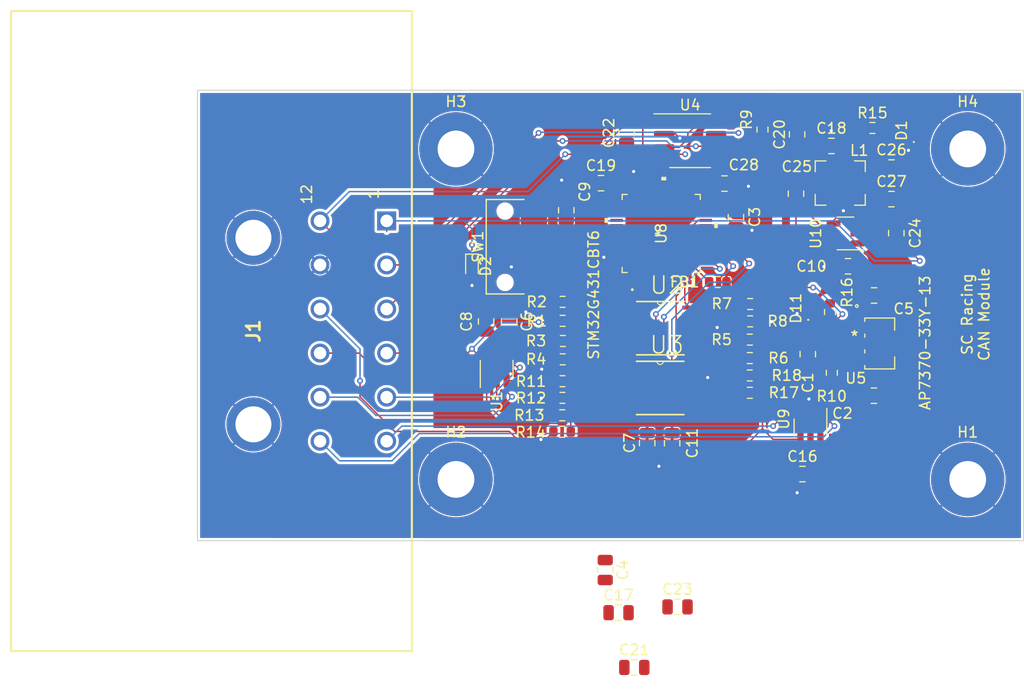
<source format=kicad_pcb>
(kicad_pcb (version 20211014) (generator pcbnew)
  (layers (0 "F.Cu" signal) (31 "B.Cu" signal) (34 "B.Paste" user) (35 "F.Paste" user) (36 "B.SilkS" user "B.Silkscreen") (37 "F.SilkS" user "F.Silkscreen") (38 "B.Mask" user) (39 "F.Mask" user) (44 "Edge.Cuts" user))
  (net 0 "")
  (net 1 "Net-(C1-Pad1)")
  (net 2 "GND")
  (net 3 "+5V")
  (net 4 "+3.3V")
  (net 5 "+12V")
  (net 6 "Net-(C25-Pad1)")
  (net 7 "Net-(C25-Pad2)")
  (net 8 "Net-(D1-Pad2)")
  (net 9 "Net-(D11-Pad2)")
  (net 10 "+3.3VA")
  (net 11 "CANH")
  (net 12 "CANL")
  (net 13 "A0")
  (net 14 "A1")
  (net 15 "A2")
  (net 16 "A3")
  (net 17 "A4")
  (net 18 "A5")
  (net 19 "A6")
  (net 20 "Net-(R1-Pad2)")
  (net 21 "Net-(R3-Pad2)")
  (net 22 "Net-(R5-Pad2)")
  (net 23 "Net-(R7-Pad2)")
  (net 24 "CAN_STB")
  (net 25 "Net-(R11-Pad2)")
  (net 26 "Net-(R13-Pad2)")
  (net 27 "Net-(R17-Pad2)")
  (net 28 "Net-(SW1-Pad2)")
  (net 29 "ADC1_IN1")
  (net 30 "ADC1_IN2")
  (net 31 "ADC1_IN3")
  (net 32 "ADC1_IN4")
  (net 33 "ADC2_IN13")
  (net 34 "ADC2_IN3")
  (net 35 "ADC2_IN4")
  (net 36 "FDCAN1_TX")
  (net 37 "FDCAN1_RX")
  (net 39 "Net-(C12-Pad1)")
  (net 40 "Net-(C13-Pad1)")
  (net 41 "Net-(C14-Pad1)")
  (net 42 "Net-(C15-Pad1)")
  (net 58 "SWDIO")
  (net 59 "SWCLK")
  (net 61 "SWO")
  (footprint "Resistor_SMD:R_0603_1608Metric" (layer "F.Cu") (at 132.08 93.6)
    (fp_text reference "R1")
    (fp_text value "1370")
  )
  (footprint "Capacitor_SMD:C_0805_2012Metric" (layer "F.Cu") (at 137.414 121.412)
    (fp_text reference "C17")
    (fp_text value "100nF")
  )
  (footprint "Capacitor_SMD:C_0805_2012Metric" (layer "F.Cu") (at 138.914 126.632)
    (fp_text reference "C21")
    (fp_text value "100nF")
  )
  (footprint "Capacitor_SMD:C_0805_2012Metric" (layer "F.Cu") (at 154.3225 81.48 -90)
    (fp_text reference "C25")
    (fp_text value "100nF")
  )
  (footprint "MCP6004T-I_ST:SOP65P640X120-14N" (layer "F.Cu") (at 141.3806 99.9954)
    (fp_text reference "U3")
    (fp_text value "MCP6004")
  )
  (footprint "Diode_SMD:D_SOD-523" (layer "F.Cu") (at 123.444 88.392 -90)
    (fp_text reference "D2")
    (fp_text value "D_TVS")
  )
  (footprint "scr23-sens-to-can-main:ATM1312PABM01" (layer "F.Cu") (at 115.316 84.074 90)
    (fp_text reference "J1")
    (fp_text value "ATM13-12PA-BM01" hide)
  )
  (footprint "Capacitor_SMD:C_0805_2012Metric" (layer "F.Cu") (at 157.7025 76.93)
    (fp_text reference "C18")
    (fp_text value "100nF")
  )
  (footprint "Capacitor_SMD:C_0805_2012Metric" (layer "F.Cu") (at 163.4225 78.99)
    (fp_text reference "C26")
    (fp_text value "22uF")
  )
  (footprint "Resistor_SMD:R_0603_1608Metric" (layer "F.Cu") (at 149.925 95.39 180)
    (fp_text reference "R5")
    (fp_text value "1370")
  )
  (footprint "Resistor_SMD:R_0603_1608Metric" (layer "F.Cu") (at 161.61 75.22)
    (fp_text reference "R15")
    (fp_text value "1k")
  )
  (footprint "Capacitor_SMD:C_0805_2012Metric" (layer "F.Cu") (at 143.034 120.862)
    (fp_text reference "C23")
    (fp_text value "10uF")
  )
  (footprint "Resistor_SMD:R_0603_1608Metric" (layer "F.Cu") (at 132.08 91.79 180)
    (fp_text reference "R2")
    (fp_text value "2670")
  )
  (footprint "Capacitor_SMD:C_0805_2012Metric" (layer "F.Cu") (at 163.8825 85.24 90)
    (fp_text reference "C24")
    (fp_text value "10uF")
  )
  (footprint "Capacitor_SMD:C_0805_2012Metric" (layer "F.Cu") (at 124.792 93.66 -90)
    (fp_text reference "C8")
    (fp_text value "100nF")
  )
  (footprint "MountingHole:MountingHole_3.5mm_Pad_TopBottom" (layer "F.Cu") (at 170.688 77.216)
    (fp_text reference "H4")
    (fp_text value "Hole")
  )
  (footprint "MountingHole:MountingHole_3.5mm_Pad_TopBottom" (layer "F.Cu") (at 121.92 108.712)
    (fp_text reference "H2")
    (fp_text value "Hole")
  )
  (footprint "Package_SO:SOIC-8_3.9x4.9mm_P1.27mm" (layer "F.Cu") (at 144.236 76.434)
    (fp_text reference "U4")
    (fp_text value "TJA1042T-3")
  )
  (footprint "JS102011SAQN:SW_JS102011SAQN" (layer "F.Cu") (at 126.6 86.54 -90)
    (fp_text reference "SW1")
    (fp_text value "SW_SPDT")
  )
  (footprint "Resistor_SMD:R_0603_1608Metric" (layer "F.Cu") (at 146.87 89.9 180)
    (fp_text reference "FB1")
    (fp_text value "400")
  )
  (footprint "Capacitor_SMD:C_0805_2012Metric" (layer "F.Cu") (at 132.43 83.06 -90)
    (fp_text reference "C9")
    (fp_text value "100nF")
  )
  (footprint "Capacitor_SMD:C_0805_2012Metric" (layer "F.Cu") (at 161.748 100.734 180)
    (fp_text reference "C2")
    (fp_text value "100nF")
  )
  (footprint "Resistor_SMD:R_0603_1608Metric" (layer "F.Cu") (at 157.738 98.544 90)
    (fp_text reference "R10")
    (fp_text value "1k")
  )
  (footprint "Capacitor_SMD:C_0805_2012Metric" (layer "F.Cu") (at 154.43 75.83 90)
    (fp_text reference "C20")
    (fp_text value "100nF")
  )
  (footprint "MountingHole:MountingHole_3.5mm_Pad_TopBottom" (layer "F.Cu") (at 170.688 108.712)
    (fp_text reference "H1")
    (fp_text value "Hole")
  )
  (footprint "MCP6004T-I_ST:SOP65P640X120-14N" (layer "F.Cu") (at 141.3994 94.3)
    (fp_text reference "U2")
    (fp_text value "MCP6004")
  )
  (footprint "Capacitor_SMD:C_0805_2012Metric" (layer "F.Cu") (at 155.448 96.774 90)
    (fp_text reference "C1")
    (fp_text value "10uF")
  )
  (footprint "Package_TO_SOT_SMD:TSOT-23-6" (layer "F.Cu") (at 159.0425 85.27 180)
    (fp_text reference "U10")
    (fp_text value "AP63205WU")
  )
  (footprint "Package_TO_SOT_SMD:SOT-23-6" (layer "F.Cu") (at 125.796 98.1655 90)
    (fp_text reference "U1")
    (fp_text value "SRV05-4")
  )
  (footprint "LED_SMD:LED_0402_1005Metric" (layer "F.Cu") (at 165.55 75.47 90)
    (fp_text reference "D1")
    (fp_text value "LED-GREEN")
  )
  (footprint "Resistor_SMD:R_0603_1608Metric" (layer "F.Cu") (at 149.915 98.806 180)
    (fp_text reference "R18")
    (fp_text value "2670")
  )
  (footprint "Package_TO_SOT_SMD:SOT-23-6" (layer "F.Cu") (at 155.702 103.7535 -90)
    (fp_text reference "U9")
    (fp_text value "SRV05-4")
  )
  (footprint "Resistor_SMD:R_0603_1608Metric" (layer "F.Cu") (at 149.955 92 180)
    (fp_text reference "R7")
    (fp_text value "1370")
  )
  (footprint "MountingHole:MountingHole_3.5mm_Pad_TopBottom" (layer "F.Cu") (at 121.92 77.216)
    (fp_text reference "H3")
    (fp_text value "Hole")
  )
  (footprint "Resistor_SMD:R_0603_1608Metric" (layer "F.Cu") (at 149.925 100.458 180)
    (fp_text reference "R17")
    (fp_text value "1370")
  )
  (footprint "scr23-sens-to-can-main:AP7370-33Y-13" (layer "F.Cu") (at 162.306 95.758 -90)
    (fp_text reference "U5")
    (fp_text value "AP7370-33Y-13")
  )
  (footprint "Capacitor_SMD:C_0805_2012Metric" (layer "F.Cu") (at 159.28 88.4)
    (fp_text reference "C10")
    (fp_text value "100nF")
  )
  (footprint "Resistor_SMD:R_0603_1608Metric" (layer "F.Cu") (at 149.925 97.15 180)
    (fp_text reference "R6")
    (fp_text value "2670")
  )
  (footprint "Resistor_SMD:R_0603_1608Metric" (layer "F.Cu") (at 149.955 93.65)
    (fp_text reference "R8")
    (fp_text value "2670")
  )
  (footprint "Capacitor_SMD:C_0805_2012Metric" (layer "F.Cu") (at 148.6 83.73 90)
    (fp_text reference "C3")
    (fp_text value "100nF")
  )
  (footprint "Capacitor_SMD:C_0805_2012Metric" (layer "F.Cu") (at 163.4225 82)
    (fp_text reference "C27")
    (fp_text value "22uF")
  )
  (footprint "Resistor_SMD:R_0603_1608Metric" (layer "F.Cu") (at 132.09 97.27 180)
    (fp_text reference "R4")
    (fp_text value "2670")
  )
  (footprint "Resistor_SMD:R_0603_1608Metric" (layer "F.Cu") (at 132.035 104.17 180)
    (fp_text reference "R14")
    (fp_text value "2670")
  )
  (footprint "LED_SMD:LED_0402_1005Metric" (layer "F.Cu") (at 155.488 92.414 90)
    (fp_text reference "D11")
    (fp_text value "LED-GREEN")
  )
  (footprint "Capacitor_SMD:C_0805_2012Metric" (layer "F.Cu") (at 138.176 75.692 90)
    (fp_text reference "C22")
    (fp_text value "100nF")
  )
  (footprint "Resistor_SMD:R_0603_1608Metric" (layer "F.Cu") (at 132.07 99.35)
    (fp_text reference "R11")
    (fp_text value "1370")
  )
  (footprint "Resistor_SMD:R_0603_1608Metric" (layer "F.Cu") (at 157.568 92.759 90)
    (fp_text reference "R16")
    (fp_text value "1k")
  )
  (footprint "Capacitor_SMD:C_0805_2012Metric" (layer "F.Cu") (at 142.52 105.26 90)
    (fp_text reference "C11")
    (fp_text value "100nF")
  )
  (footprint "Resistor_SMD:R_0603_1608Metric" (layer "F.Cu") (at 132.105 95.52)
    (fp_text reference "R3")
    (fp_text value "1370")
  )
  (footprint "Capacitor_SMD:C_0805_2012Metric" (layer "F.Cu") (at 161.768 91.184 180)
    (fp_text reference "C5")
    (fp_text value "100nF")
  )
  (footprint "Capacitor_SMD:C_0805_2012Metric" (layer "F.Cu") (at 140.14 105.25 90)
    (fp_text reference "C7")
    (fp_text value "100nF")
  )
  (footprint "Capacitor_SMD:C_0805_2012Metric" (layer "F.Cu") (at 126.992 93.66 -90)
    (fp_text reference "C6")
    (fp_text value "100nF")
  )
  (footprint "Capacitor_SMD:C_0805_2012Metric" (layer "F.Cu") (at 147.508 80.518)
    (fp_text reference "C28")
    (fp_text value "100uF")
  )
  (footprint "Resistor_SMD:R_0603_1608Metric" (layer "F.Cu") (at 132.045 102.6)
    (fp_text reference "R13")
    (fp_text value "1370")
  )
  (footprint "Resistor_SMD:R_0603_1608Metric" (layer "F.Cu") (at 132.07 100.94 180)
    (fp_text reference "R12")
    (fp_text value "2670")
  )
  (footprint "Resistor_SMD:R_0603_1608Metric" (layer "F.Cu") (at 151.13 75.375 -90)
    (fp_text reference "R9")
    (fp_text value "100k")
  )
  (footprint "Capacitor_SMD:C_0805_2012Metric" (layer "F.Cu") (at 154.94 108.204)
    (fp_text reference "C16")
    (fp_text value "100nF")
  )
  (footprint "Capacitor_SMD:C_0805_2012Metric" (layer "F.Cu") (at 135.74 80.48)
    (fp_text reference "C19")
    (fp_text value "100nF")
  )
  (footprint "Inductor_SMD:L_Bourns-SRN4018" (layer "F.Cu") (at 158.54 80.47)
    (fp_text reference "L1")
    (fp_text value "4.7uH")
  )
  (footprint "Capacitor_SMD:C_0805_2012Metric" (layer "F.Cu") (at 136.144 117.348 -90)
    (fp_text reference "C4")
    (fp_text value "100nF")
  )
  (footprint "STM32G431CBT6:STM32G431CBT6" (layer "F.Cu") (at 141.476251 85.27575 90)
    (fp_text reference "U8")
    (fp_text value "STM32G431CBT6")
  )
  (gr_rect (start 97.282 71.628) (end 176.022 114.554) (layer "Edge.Cuts") (width 0.1) (fill none))
  (gr_text "SC Racing\nCAN Module" (at 171.45 92.964 90) (layer "F.SilkS") (effects (font (size 1 1))))
  (segment (start 155.448 97.724) (end 157.733 97.724) (width 0.1397) (layer "F.Cu") (net 1))
  (segment (start 157.733 97.724) (end 157.738 97.719) (width 0.1397) (layer "F.Cu") (net 1))
  (segment (start 129.35 89.885) (end 129.35 89.04) (width 0.1397) (layer "F.Cu") (net 2))
  (segment (start 144.2188 94.3) (end 146.746 94.3) (width 0.1397) (layer "F.Cu") (net 2))
  (segment (start 131.03 97.27) (end 130.09 98.21) (width 0.1397) (layer "F.Cu") (net 2))
  (segment (start 148.6 84.68) (end 146.945749 83.025749) (width 0.1397) (layer "F.Cu") (net 2))
  (segment (start 157.905 84.045) (end 158.84 83.11) (width 0.1397) (layer "F.Cu") (net 2))
  (segment (start 132 80.18) (end 131.99 80.19) (width 0.1397) (layer "F.Cu") (net 2))
  (segment (start 142.841 75.785) (end 143.256 76.2) (width 0.1397) (layer "F.Cu") (net 2))
  (segment (start 148.6 84.68) (end 149.84 84.68) (width 0.1397) (layer "F.Cu") (net 2))
  (segment (start 162.718 94.844) (end 161.888 95.674) (width 0.1397) (layer "F.Cu") (net 2))
  (segment (start 158.33 88.4) (end 157.01 88.4) (width 0.1397) (layer "F.Cu") (net 2))
  (segment (start 140.14 106.34) (end 141.26 107.46) (width 0.1397) (layer "F.Cu") (net 2))
  (segment (start 155.488 92.899) (end 154.443 92.899) (width 0.1397) (layer "F.Cu") (net 2))
  (segment (start 156.7525 76.93) (end 156.7525 76.4175) (width 0.1397) (layer "F.Cu") (net 2))
  (segment (start 142.51 106.2) (end 142.52 106.21) (width 0.1397) (layer "F.Cu") (net 2))
  (segment (start 131.245 100.94) (end 130.07 100.94) (width 0.1397) (layer "F.Cu") (net 2))
  (segment (start 164.3725 82) (end 164.3725 83.8) (width 0.1397) (layer "F.Cu") (net 2))
  (segment (start 139.192 79.028) (end 138.85 79.37) (width 0.1397) (layer "F.Cu") (net 2))
  (segment (start 142.52 106.21) (end 141.27 107.46) (width 0.1397) (layer "F.Cu") (net 2))
  (segment (start 130.07 100.94) (end 130.05 100.96) (width 0.1397) (layer "F.Cu") (net 2))
  (segment (start 153.99 108.204) (end 153.99 109.54) (width 0.1397) (layer "F.Cu") (net 2))
  (segment (start 125.796 99.303) (end 125.796 100.9555) (width 0.1397) (layer "F.Cu") (net 2))
  (segment (start 134.5 80.19) (end 131.99 80.19) (width 0.1397) (layer "F.Cu") (net 2))
  (segment (start 164.3725 78.0175) (end 165.04 77.35) (width 0.1397) (layer "F.Cu") (net 2))
  (segment (start 155.448 95.824) (end 155.448 92.939) (width 0.1397) (layer "F.Cu") (net 2))
  (segment (start 138.176 76.642) (end 139.192 77.658) (width 0.1397) (layer "F.Cu") (net 2))
  (segment (start 139.192 77.658) (end 139.192 79.028) (width 0.1397) (layer "F.Cu") (net 2))
  (segment (start 153.85 76.2) (end 154.43 76.78) (width 0.1397) (layer "F.Cu") (net 2))
  (segment (start 149.09 97.16) (end 149.1 97.15) (width 0.1397) (layer "F.Cu") (net 2))
  (segment (start 161.888 95.674) (end 162.008 95.674) (width 0.1397) (layer "F.Cu") (net 2))
  (segment (start 157.905 84.32) (end 157.905 84.045) (width 0.1397) (layer "F.Cu") (net 2))
  (segment (start 146.746 94.3) (end 146.812 94.234) (width 0.1397) (layer "F.Cu") (net 2))
  (segment (start 144.9146 99.9954) (end 145.91 99) (width 0.1397) (layer "F.Cu") (net 2))
  (segment (start 123.444 89.092) (end 123.444 90.232) (width 0.1397) (layer "F.Cu") (net 2))
  (segment (start 134.79 80.48) (end 134.5 80.19) (width 0.1397) (layer "F.Cu") (net 2))
  (segment (start 129.35 89.04) (end 127.78 89.04) (width 0.1397) (layer "F.Cu") (net 2))
  (segment (start 139.22625 79.74625) (end 138.85 79.37) (width 0.1397) (layer "F.Cu") (net 2))
  (segment (start 131.265 97.27) (end 131.03 97.27) (width 0.1397) (layer "F.Cu") (net 2))
  (segment (start 147.25 99) (end 149.1 97.15) (width 0.1397) (layer "F.Cu") (net 2))
  (segment (start 150.78 93.65) (end 151.93 93.65) (width 0.1397) (layer "F.Cu") (net 2))
  (segment (start 127.78 89.04) (end 127.2 88.46) (width 0.1397) (layer "F.Cu") (net 2))
  (segment (start 144.9496 98.0396) (end 145.91 99) (width 0.1397) (layer "F.Cu") (net 2))
  (segment (start 132.43 82.11) (end 131.99 81.67) (width 0.1397) (layer "F.Cu") (net 2))
  (segment (start 155.448 92.939) (end 155.488 92.899) (width 0.1397) (layer "F.Cu") (net 2))
  (segment (start 126.992 92.71) (end 128.532 92.71) (width 0.1397) (layer "F.Cu") (net 2))
  (segment (start 126.992 92.71) (end 124.792 92.71) (width 0.1397) (layer "F.Cu") (net 2))
  (segment (start 149.84 84.68) (end 150.13 84.97) (width 0.1397) (layer "F.Cu") (net 2))
  (segment (start 155.702 102.616) (end 155.702 101.2035) (width 0.1397) (layer "F.Cu") (net 2))
  (segment (start 130.47 104.91) (end 130.02 104.91) (width 0.1397) (layer "F.Cu") (net 2))
  (segment (start 141.761 75.785) (end 142.841 75.785) (width 0.1397) (layer "F.Cu") (net 2))
  (segment (start 162.738 96.404) (end 162.738 100.694) (width 0.1397) (layer "F.Cu") (net 2))
  (segment (start 155.702 101.2035) (end 155.552 101.0535) (width 0.1397) (layer "F.Cu") (net 2))
  (segment (start 148.25425 85.02575) (end 148.6 84.68) (width 0.1397) (layer "F.Cu") (net 2))
  (segment (start 162.718 91.184) (end 162.718 94.844) (width 0.1397) (layer "F.Cu") (net 2))
  (segment (start 145.72625 85.02575) (end 148.25425 85.02575) (width 0.1397) (layer "F.Cu") (net 2))
  (segment (start 146.945749 83.025749) (end 145.72625 83.025749) (width 0.1397) (layer "F.Cu") (net 2))
  (segment (start 160.2741 95.674) (end 161.888 95.674) (width 0.1397) (layer "F.Cu") (net 2))
  (segment (start 164.3725 78.99) (end 164.3725 78.0175) (width 0.1397) (layer "F.Cu") (net 2))
  (segment (start 155.598 95.674) (end 160.2741 95.674) (width 0.1397) (layer "F.Cu") (net 2))
  (segment (start 125.796 100.9555) (end 125.866 101.0255) (width 0.1397) (layer "F.Cu") (net 2))
  (segment (start 155.448 95.824) (end 155.598 95.674) (width 0.1397) (layer "F.Cu") (net 2))
  (segment (start 136.024249 87.525751) (end 136.01 87.54) (width 0.1397) (layer "F.Cu") (net 2))
  (segment (start 162.738 100.694) (end 162.698 100.734) (width 0.1397) (layer "F.Cu") (net 2))
  (segment (start 131.255 91.79) (end 129.35 89.885) (width 0.1397) (layer "F.Cu") (net 2))
  (segment (start 151.93 93.65) (end 151.96 93.68) (width 0.1397) (layer "F.Cu") (net 2))
  (segment (start 154.43 76.78) (end 154.58 76.93) (width 0.1397) (layer "F.Cu") (net 2))
  (segment (start 157.01 88.4) (end 156.98 88.43) (width 0.1397) (layer "F.Cu") (net 2))
  (segment (start 164.3725 83.8) (end 163.8825 84.29) (width 0.1397) (layer "F.Cu") (net 2))
  (segment (start 165.55 75.955) (end 165.55 76.84) (width 0.1397) (layer "F.Cu") (net 2))
  (segment (start 149.528 80.518) (end 149.788 80.778) (width 0.1397) (layer "F.Cu") (net 2))
  (segment (start 144.2 98.7) (end 145.61 98.7) (width 0.1397) (layer "F.Cu") (net 2))
  (segment (start 149.09 98.806) (end 149.09 97.16) (width 0.1397) (layer "F.Cu") (net 2))
  (segment (start 154.443 92.899) (end 154.428 92.914) (width 0.1397) (layer "F.Cu") (net 2))
  (segment (start 137.226252 87.525751) (end 136.024249 87.525751) (width 0.1397) (layer "F.Cu") (net 2))
  (segment (start 153.99 109.54) (end 154.432 109.982) (width 0.1397) (layer "F.Cu") (net 2))
  (segment (start 146.11 99) (end 145.91 99) (width 0.1397) (layer "F.Cu") (net 2))
  (segment (start 154.58 76.93) (end 156.7525 76.93) (width 0.1397) (layer "F.Cu") (net 2))
  (segment (start 156.7525 76.4175) (end 157.68 75.49) (width 0.1397) (layer "F.Cu") (net 2))
  (segment (start 145.91 99) (end 147.25 99) (width 0.1397) (layer "F.Cu") (net 2))
  (segment (start 140.14 106.2) (end 140.14 106.34) (width 0.1397) (layer "F.Cu") (net 2))
  (segment (start 131.21 104.17) (end 130.47 104.91) (width 0.1397) (layer "F.Cu") (net 2))
  (segment (start 141.27 107.46) (end 141.26 107.46) (width 0.1397) (layer "F.Cu") (net 2))
  (segment (start 151.13 76.2) (end 153.85 76.2) (width 0.1397) (layer "F.Cu") (net 2))
  (segment (start 131.99 81.67) (end 131.99 80.19) (width 0.1397) (layer "F.Cu") (net 2))
  (segment (start 148.458 80.518) (end 149.528 80.518) (width 0.1397) (layer "F.Cu") (net 2))
  (segment (start 128.532 92.71) (end 128.572 92.75) (width 0.1397) (layer "F.Cu") (net 2))
  (segment (start 144.2 99.9954) (end 144.9146 99.9954) (width 0.1397) (layer "F.Cu") (net 2))
  (segment (start 162.008 95.674) (end 162.738 96.404) (width 0.1397) (layer "F.Cu") (net 2))
  (segment (start 144.2 99.335) (end 145.575 99.335) (width 0.1397) (layer "F.Cu") (net 2))
  (segment (start 145.61 98.7) (end 145.91 99) (width 0.1397) (layer "F.Cu") (net 2))
  (segment (start 144.2 98.0396) (end 144.9496 98.0396) (width 0.1397) (layer "F.Cu") (net 2))
  (segment (start 165.55 76.84) (end 165.04 77.35) (width 0.1397) (layer "F.Cu") (net 2))
  (segment (start 145.575 99.335) (end 145.91 99) (width 0.1397) (layer "F.Cu") (net 2))
  (segment (start 164.3725 82) (end 164.3725 78.99) (width 0.1397) (layer "F.Cu") (net 2))
  (segment (start 139.22625 81.025751) (end 139.22625 79.74625) (width 0.1397) (layer "F.Cu") (net 2))
  (via (at 150.13 84.97) (size 0.56) (drill 0.3) (layers "F.Cu" "B.Cu") (net 2))
  (via (at 157.68 75.49) (size 0.56) (drill 0.3) (layers "F.Cu" "B.Cu") (net 2))
  (via (at 130.05 100.96) (size 0.56) (drill 0.3) (layers "F.Cu" "B.Cu") (net 2))
  (via (at 127.2 88.46) (size 0.56) (drill 0.3) (layers "F.Cu" "B.Cu") (net 2))
  (via (at 146.812 94.234) (size 0.56) (drill 0.3) (layers "F.Cu" "B.Cu") (net 2))
  (via (at 156.98 88.43) (size 0.56) (drill 0.3) (layers "F.Cu" "B.Cu") (net 2))
  (via (at 130.02 104.91) (size 0.56) (drill 0.3) (layers "F.Cu" "B.Cu") (net 2))
  (via (at 131.99 80.19) (size 0.56) (drill 0.3) (layers "F.Cu" "B.Cu") (net 2))
  (via (at 151.96 93.68) (size 0.56) (drill 0.3) (layers "F.Cu" "B.Cu") (net 2))
  (via (at 125.866 101.0255) (size 0.56) (drill 0.3) (layers "F.Cu" "B.Cu") (net 2))
  (via (at 149.788 80.778) (size 0.56) (drill 0.3) (layers "F.Cu" "B.Cu") (net 2))
  (via (at 141.26 107.46) (size 0.56) (drill 0.3) (layers "F.Cu" "B.Cu") (net 2))
  (via (at 145.91 99) (size 0.56) (drill 0.3) (layers "F.Cu" "B.Cu") (net 2))
  (via (at 154.432 109.982) (size 0.56) (drill 0.3) (layers "F.Cu" "B.Cu") (net 2))
  (via (at 128.572 92.75) (size 0.56) (drill 0.3) (layers "F.Cu" "B.Cu") (net 2))
  (via (at 165.04 77.35) (size 0.56) (drill 0.3) (layers "F.Cu" "B.Cu") (net 2))
  (via (at 136.01 87.54) (size 0.56) (drill 0.3) (layers "F.Cu" "B.Cu") (net 2))
  (via (at 123.444 90.232) (size 0.56) (drill 0.3) (layers "F.Cu" "B.Cu") (net 2))
  (via (at 138.85 79.37) (size 0.56) (drill 0.3) (layers "F.Cu" "B.Cu") (net 2))
  (via (at 143.256 76.2) (size 0.56) (drill 0.3) (layers "F.Cu" "B.Cu") (net 2))
  (via (at 130.09 98.21) (size 0.56) (drill 0.3) (layers "F.Cu" "B.Cu") (net 2))
  (via (at 158.84 83.11) (size 0.56) (drill 0.3) (layers "F.Cu" "B.Cu") (net 2))
  (via (at 154.428 92.914) (size 0.56) (drill 0.3) (layers "F.Cu" "B.Cu") (net 2))
  (via (at 155.552 101.0535) (size 0.56) (drill 0.3) (layers "F.Cu" "B.Cu") (net 2))
  (segment (start 145.288 73.406) (end 139.512 73.406) (width 0.1397) (layer "F.Cu") (net 3))
  (segment (start 153.162 73.406) (end 154.43 74.674) (width 0.1397) (layer "F.Cu") (net 3))
  (segment (start 154.43 74.674) (end 154.43 74.88) (width 0.1397) (layer "F.Cu") (net 3))
  (segment (start 112.776 87.884) (end 112.776 93.472) (width 0.1397) (layer "F.Cu") (net 3))
  (segment (start 135.194 77.724) (end 138.176 74.742) (width 0.1397) (layer "F.Cu") (net 3))
  (segment (start 113.914 94.61) (end 124.792 94.61) (width 0.1397) (layer "F.Cu") (net 3))
  (segment (start 126.992 94.61) (end 124.792 94.61) (width 0.1397) (layer "F.Cu") (net 3))
  (segment (start 142.416 77.724) (end 141.761 77.069) (width 0.1397) (layer "F.Cu") (net 3))
  (segment (start 108.966 84.074) (end 112.776 87.884) (width 0.1397) (layer "F.Cu") (net 3))
  (segment (start 144.018 75.75648) (end 145.034 74.74048) (width 0.1397) (layer "F.Cu") (net 3))
  (segment (start 143.19289 77.069) (end 144.018 76.24389) (width 0.1397) (layer "F.Cu") (net 3))
  (segment (start 125.796 97.028) (end 125.796 95.806) (width 0.1397) (layer "F.Cu") (net 3))
  (segment (start 112.776 93.472) (end 113.914 94.61) (width 0.1397) (layer "F.Cu") (net 3))
  (segment (start 141.761 77.069) (end 143.19289 77.069) (width 0.1397) (layer "F.Cu") (net 3))
  (segment (start 145.034 73.66) (end 145.288 73.406) (width 0.1397) (layer "F.Cu") (net 3))
  (segment (start 132.334 77.724) (end 135.194 77.724) (width 0.1397) (layer "F.Cu") (net 3))
  (segment (start 145.288 73.406) (end 153.162 73.406) (width 0.1397) (layer "F.Cu") (net 3))
  (segment (start 145.034 74.74048) (end 145.034 73.66) (width 0.1397) (layer "F.Cu") (net 3))
  (segment (start 154.38 74.93) (end 154.43 74.88) (width 0.1397) (layer "F.Cu") (net 3))
  (segment (start 144.018 76.24389) (end 144.018 75.75648) (width 0.1397) (layer "F.Cu") (net 3))
  (segment (start 143.764 77.724) (end 142.416 77.724) (width 0.1397) (layer "F.Cu") (net 3))
  (segment (start 139.512 73.406) (end 138.176 74.742) (width 0.1397) (layer "F.Cu") (net 3))
  (segment (start 125.796 95.806) (end 126.992 94.61) (width 0.1397) (layer "F.Cu") (net 3))
  (via (at 132.334 77.724) (size 0.56) (drill 0.3) (layers "F.Cu" "B.Cu") (net 3))
  (via (at 143.764 77.724) (size 0.56) (drill 0.3) (layers "F.Cu" "B.Cu") (net 3))
  (segment (start 127.508 81.28) (end 128.778 81.28) (width 0.1397) (layer "B.Cu") (net 3))
  (segment (start 128.778 81.28) (end 132.334 77.724) (width 0.1397) (layer "B.Cu") (net 3))
  (segment (start 108.966 84.074) (end 111.76 81.28) (width 0.1397) (layer "B.Cu") (net 3))
  (segment (start 111.76 81.28) (end 127.508 81.28) (width 0.1397) (layer "B.Cu") (net 3))
  (segment (start 160.3121 91.6899) (end 160.818 91.184) (width 0.1397) (layer "F.Cu") (net 4))
  (segment (start 158.13 93.584) (end 157.568 93.584) (width 0.1397) (layer "F.Cu") (net 4))
  (segment (start 148.219 90.424) (end 155.956 90.424) (width 0.1397) (layer "F.Cu") (net 4))
  (segment (start 146.558 80.518) (end 146.203 80.873) (width 0.1397) (layer "F.Cu") (net 4))
  (segment (start 147.695 89.9) (end 148.219 90.424) (width 0.1397) (layer "F.Cu") (net 4))
  (segment (start 158.75 92.964) (end 158.13 93.584) (width 0.1397) (layer "F.Cu") (net 4))
  (segment (start 160.3121 94.258) (end 160.3121 91.6899) (width 0.1397) (layer "F.Cu") (net 4))
  (segment (start 157.568 93.584) (end 158.158 94.174) (width 0.1397) (layer "F.Cu") (net 4))
  (segment (start 158.158 94.174) (end 160.2741 94.174) (width 0.1397) (layer "F.Cu") (net 4))
  (via (at 155.956 90.424) (size 0.56) (drill 0.3) (layers "F.Cu" "B.Cu") (net 4))
  (via (at 158.75 92.964) (size 0.56) (drill 0.3) (layers "F.Cu" "B.Cu") (net 4))
  (segment (start 156.21 90.424) (end 158.75 92.964) (width 0.1397) (layer "B.Cu") (net 4))
  (segment (start 155.956 90.424) (end 156.21 90.424) (width 0.1397) (layer "B.Cu") (net 4))
  (segment (start 164.422 86.19) (end 163.8825 86.19) (width 0.1397) (layer "F.Cu") (net 5))
  (segment (start 123.444 87.692) (end 123.444 86.36) (width 0.1397) (layer "F.Cu") (net 5))
  (segment (start 160.18 85.27) (end 160.18 84.32) (width 0.1397) (layer "F.Cu") (net 5))
  (segment (start 166.116 87.884) (end 164.422 86.19) (width 0.1397) (layer "F.Cu") (net 5))
  (segment (start 162.9625 85.27) (end 163.8825 86.19) (width 0.1397) (layer "F.Cu") (net 5))
  (segment (start 160.18 85.27) (end 162.9625 85.27) (width 0.1397) (layer "F.Cu") (net 5))
  (via (at 123.444 86.36) (size 0.56) (drill 0.3) (layers "F.Cu" "B.Cu") (net 5))
  (via (at 166.116 87.884) (size 0.56) (drill 0.3) (layers "F.Cu" "B.Cu") (net 5))
  (segment (start 122.682 84.074) (end 152.4 84.074) (width 0.1397) (layer "B.Cu") (net 5))
  (segment (start 115.316 84.074) (end 115.316 85.09) (width 0.1397) (layer "B.Cu") (net 5))
  (segment (start 115.316 84.074) (end 122.682 84.074) (width 0.1397) (layer "B.Cu") (net 5))
  (segment (start 123.444 84.836) (end 122.682 84.074) (width 0.1397) (layer "B.Cu") (net 5))
  (segment (start 157.988 84.074) (end 161.544 87.63) (width 0.1397) (layer "B.Cu") (net 5))
  (segment (start 123.444 86.36) (end 123.444 84.836) (width 0.1397) (layer "B.Cu") (net 5))
  (segment (start 161.798 87.884) (end 166.116 87.884) (width 0.1397) (layer "B.Cu") (net 5))
  (segment (start 161.544 87.63) (end 161.798 87.884) (width 0.1397) (layer "B.Cu") (net 5))
  (segment (start 152.4 84.074) (end 157.988 84.074) (width 0.1397) (layer "B.Cu") (net 5))
  (segment (start 157.015 80.47) (end 155.62 81.865) (width 0.1397) (layer "F.Cu") (net 6))
  (segment (start 154.3225 80.53) (end 154.3825 80.47) (width 0.1397) (layer "F.Cu") (net 6))
  (segment (start 155.62 81.865) (end 155.62 83.49) (width 0.1397) (layer "F.Cu") (net 6))
  (segment (start 157.4 85.27) (end 157.905 85.27) (width 0.1397) (layer "F.Cu") (net 6))
  (segment (start 155.62 83.49) (end 157.4 85.27) (width 0.1397) (layer "F.Cu") (net 6))
  (segment (start 154.3825 80.47) (end 157.015 80.47) (width 0.1397) (layer "F.Cu") (net 6))
  (segment (start 154.3225 84.5025) (end 156.04 86.22) (width 0.1397) (layer "F.Cu") (net 7))
  (segment (start 154.3225 82.43) (end 154.3225 84.5025) (width 0.1397) (layer "F.Cu") (net 7))
  (segment (start 156.04 86.22) (end 157.905 86.22) (width 0.1397) (layer "F.Cu") (net 7))
  (segment (start 165.315 75.22) (end 165.55 74.985) (width 0.1397) (layer "F.Cu") (net 8))
  (segment (start 162.435 75.22) (end 165.315 75.22) (width 0.1397) (layer "F.Cu") (net 8))
  (segment (start 155.493 91.934) (end 157.568 91.934) (width 0.1397) (layer "F.Cu") (net 9))
  (segment (start 155.488 91.929) (end 155.493 91.934) (width 0.1397) (layer "F.Cu") (net 9))
  (segment (start 138.726251 88.882748) (end 139.348999 88.26) (width 0.1397) (layer "F.Cu") (net 10))
  (segment (start 144.41 84.6054) (end 144.41 88.26) (width 0.1397) (layer "F.Cu") (net 10))
  (segment (start 145.72625 84.02575) (end 144.98965 84.02575) (width 0.1397) (layer "F.Cu") (net 10))
  (segment (start 144.41 88.26) (end 146.045 89.895) (width 0.1397) (layer "F.Cu") (net 10))
  (segment (start 139.348999 88.26) (end 144.41 88.26) (width 0.1397) (layer "F.Cu") (net 10))
  (segment (start 144.98965 84.02575) (end 144.41 84.6054) (width 0.1397) (layer "F.Cu") (net 10))
  (segment (start 138.726251 89.525749) (end 138.726251 88.882748) (width 0.1397) (layer "F.Cu") (net 10))
  (segment (start 146.045 89.895) (end 146.045 89.9) (width 0.1397) (layer "F.Cu") (net 10))
  (segment (start 146.818 75.692) (end 146.711 75.799) (width 0.1397) (layer "F.Cu") (net 11))
  (segment (start 115.316 88.274) (end 117.212 88.274) (width 0.1397) (layer "F.Cu") (net 11))
  (segment (start 148.844 75.692) (end 146.818 75.692) (width 0.1397) (layer "F.Cu") (net 11))
  (segment (start 117.212 88.274) (end 129.794 75.692) (width 0.1397) (layer "F.Cu") (net 11))
  (via (at 129.794 75.692) (size 0.56) (drill 0.3) (layers "F.Cu" "B.Cu") (net 11))
  (via (at 148.844 75.692) (size 0.56) (drill 0.3) (layers "F.Cu" "B.Cu") (net 11))
  (segment (start 129.85585 75.63015) (end 148.78215 75.63015) (width 0.1397) (layer "B.Cu") (net 11))
  (segment (start 148.78215 75.63015) (end 148.844 75.692) (width 0.1397) (layer "B.Cu") (net 11))
  (segment (start 129.794 75.692) (end 129.85585 75.63015) (width 0.1397) (layer "B.Cu") (net 11))
  (segment (start 131.336 76.454) (end 132.08 76.454) (width 0.1397) (layer "F.Cu") (net 12))
  (segment (start 146.604 76.962) (end 146.711 77.069) (width 0.1397) (layer "F.Cu") (net 12))
  (segment (start 144.78 76.962) (end 146.604 76.962) (width 0.1397) (layer "F.Cu") (net 12))
  (segment (start 115.316 92.474) (end 131.336 76.454) (width 0.1397) (layer "F.Cu") (net 12))
  (via (at 132.08 76.454) (size 0.56) (drill 0.3) (layers "F.Cu" "B.Cu") (net 12))
  (via (at 144.78 76.962) (size 0.56) (drill 0.3) (layers "F.Cu" "B.Cu") (net 12))
  (segment (start 141.986 76.454) (end 142.494 76.962) (width 0.1397) (layer "B.Cu") (net 12))
  (segment (start 132.08 76.454) (end 141.986 76.454) (width 0.1397) (layer "B.Cu") (net 12))
  (segment (start 142.494 76.962) (end 144.78 76.962) (width 0.1397) (layer "B.Cu") (net 12))
  (segment (start 124.206 97.028) (end 123.444 96.266) (width 0.1397) (layer "F.Cu") (net 13))
  (segment (start 131.129 93.726) (end 131.255 93.6) (width 0.1397) (layer "F.Cu") (net 13))
  (segment (start 123.036 96.674) (end 123.444 96.266) (width 0.1397) (layer "F.Cu") (net 13))
  (segment (start 124.846 97.028) (end 124.206 97.028) (width 0.1397) (layer "F.Cu") (net 13))
  (segment (start 115.316 96.674) (end 123.036 96.674) (width 0.1397) (layer "F.Cu") (net 13))
  (segment (start 129.794 93.726) (end 131.129 93.726) (width 0.1397) (layer "F.Cu") (net 13))
  (via (at 123.444 96.266) (size 0.56) (drill 0.3) (layers "F.Cu" "B.Cu") (net 13))
  (via (at 129.794 93.726) (size 0.56) (drill 0.3) (layers "F.Cu" "B.Cu") (net 13))
  (segment (start 125.984 93.726) (end 129.794 93.726) (width 0.1397) (layer "B.Cu") (net 13))
  (segment (start 123.444 96.266) (end 125.984 93.726) (width 0.1397) (layer "B.Cu") (net 13))
  (segment (start 128.016 98.044) (end 127.762 98.044) (width 0.1397) (layer "F.Cu") (net 14))
  (segment (start 127.762 98.044) (end 126.746 97.028) (width 0.1397) (layer "F.Cu") (net 14))
  (segment (start 131.28 95.542) (end 131.28 95.52) (width 0.1397) (layer "F.Cu") (net 14))
  (segment (start 127 96.774) (end 126.746 97.028) (width 0.1397) (layer "F.Cu") (net 14))
  (segment (start 128.27 97.028) (end 129.794 95.504) (width 0.1397) (layer "F.Cu") (net 14))
  (segment (start 131.264 95.504) (end 131.28 95.52) (width 0.1397) (layer "F.Cu") (net 14))
  (segment (start 126.746 97.028) (end 128.27 97.028) (width 0.1397) (layer "F.Cu") (net 14))
  (segment (start 129.794 95.504) (end 131.264 95.504) (width 0.1397) (layer "F.Cu") (net 14))
  (via (at 128.016 98.044) (size 0.56) (drill 0.3) (layers "F.Cu" "B.Cu") (net 14))
  (segment (start 125.186 100.874) (end 128.016 98.044) (width 0.1397) (layer "B.Cu") (net 14))
  (segment (start 115.316 100.874) (end 125.186 100.874) (width 0.1397) (layer "B.Cu") (net 14))
  (segment (start 152.146 96.786) (end 152.146 101.854) (width 0.1397) (layer "F.Cu") (net 15))
  (segment (start 152.908 102.616) (end 154.752 102.616) (width 0.1397) (layer "F.Cu") (net 15))
  (segment (start 152.908 102.87) (end 152.908 102.616) (width 0.1397) (layer "F.Cu") (net 15))
  (segment (start 150.75 95.39) (end 152.146 96.786) (width 0.1397) (layer "F.Cu") (net 15))
  (segment (start 152.146 103.632) (end 152.908 102.87) (width 0.1397) (layer "F.Cu") (net 15))
  (segment (start 152.146 101.854) (end 152.908 102.616) (width 0.1397) (layer "F.Cu") (net 15))
  (via (at 152.146 103.632) (size 0.56) (drill 0.3) (layers "F.Cu" "B.Cu") (net 15))
  (segment (start 115.316 105.074) (end 116.758 103.632) (width 0.1397) (layer "B.Cu") (net 15))
  (segment (start 116.758 103.632) (end 152.146 103.632) (width 0.1397) (layer "B.Cu") (net 15))
  (segment (start 157.988 103.632) (end 156.972 102.616) (width 0.1397) (layer "F.Cu") (net 16))
  (segment (start 156.652 100.518) (end 155.448 99.314) (width 0.1397) (layer "F.Cu") (net 16))
  (segment (start 155.448 99.314) (end 152.908 99.314) (width 0.1397) (layer "F.Cu") (net 16))
  (segment (start 156.652 102.616) (end 156.652 100.518) (width 0.1397) (layer "F.Cu") (net 16))
  (segment (start 152.908 99.314) (end 152.654 99.06) (width 0.1397) (layer "F.Cu") (net 16))
  (segment (start 151.69 92) (end 150.78 92) (width 0.1397) (layer "F.Cu") (net 16))
  (segment (start 152.654 99.06) (end 152.654 92.964) (width 0.1397) (layer "F.Cu") (net 16))
  (segment (start 156.972 102.616) (end 156.652 102.616) (width 0.1397) (layer "F.Cu") (net 16))
  (segment (start 152.654 92.964) (end 151.69 92) (width 0.1397) (layer "F.Cu") (net 16))
  (via (at 157.988 103.632) (size 0.56) (drill 0.3) (layers "F.Cu" "B.Cu") (net 16))
  (segment (start 156.972 104.648) (end 138.43 104.648) (width 0.1397) (layer "B.Cu") (net 16))
  (segment (start 157.988 103.632) (end 156.972 104.648) (width 0.1397) (layer "B.Cu") (net 16))
  (segment (start 118.41785 104.34015) (end 115.819278 106.938722) (width 0.1397) (layer "B.Cu") (net 16))
  (segment (start 138.12215 104.34015) (end 118.41785 104.34015) (width 0.1397) (layer "B.Cu") (net 16))
  (segment (start 115.819278 106.938722) (end 110.830722 106.938722) (width 0.1397) (layer "B.Cu") (net 16))
  (segment (start 138.43 104.648) (end 138.12215 104.34015) (width 0.1397) (layer "B.Cu") (net 16))
  (segment (start 110.830722 106.938722) (end 108.966 105.074) (width 0.1397) (layer "B.Cu") (net 16))
  (segment (start 127.254 100.838) (end 126.746 100.33) (width 0.1397) (layer "F.Cu") (net 17))
  (segment (start 126.746 99.303) (end 131.198 99.303) (width 0.1397) (layer "F.Cu") (net 17))
  (segment (start 131.198 99.303) (end 131.245 99.35) (width 0.1397) (layer "F.Cu") (net 17))
  (segment (start 126.746 100.33) (end 126.746 99.303) (width 0.1397) (layer "F.Cu") (net 17))
  (via (at 127.254 100.838) (size 0.56) (drill 0.3) (layers "F.Cu" "B.Cu") (net 17))
  (segment (start 112.558 100.874) (end 114.3 102.616) (width 0.1397) (layer "B.Cu") (net 17))
  (segment (start 114.3 102.616) (end 125.476 102.616) (width 0.1397) (layer "B.Cu") (net 17))
  (segment (start 125.476 102.616) (end 127.254 100.838) (width 0.1397) (layer "B.Cu") (net 17))
  (segment (start 108.966 100.874) (end 112.558 100.874) (width 0.1397) (layer "B.Cu") (net 17))
  (segment (start 124.846 101.478) (end 125.968 102.6) (width 0.1397) (layer "F.Cu") (net 18))
  (segment (start 108.966 96.674) (end 112.676 96.674) (width 0.1397) (layer "F.Cu") (net 18))
  (segment (start 115.305 99.303) (end 124.846 99.303) (width 0.1397) (layer "F.Cu") (net 18))
  (segment (start 124.846 99.303) (end 124.846 101.478) (width 0.1397) (layer "F.Cu") (net 18))
  (segment (start 125.968 102.6) (end 131.22 102.6) (width 0.1397) (layer "F.Cu") (net 18))
  (segment (start 112.676 96.674) (end 115.305 99.303) (width 0.1397) (layer "F.Cu") (net 18))
  (segment (start 138.684 107.188) (end 139.7 108.204) (width 0.1397) (layer "F.Cu") (net 19))
  (segment (start 112.776 100.838) (end 116.078 104.14) (width 0.1397) (layer "F.Cu") (net 19))
  (segment (start 150.75 100.36) (end 150.74 100.37) (width 0.1397) (layer "F.Cu") (net 19))
  (segment (start 139.7 108.204) (end 146.812 108.204) (width 0.1397) (layer "F.Cu") (net 19))
  (segment (start 130.048 107.188) (end 138.684 107.188) (width 0.1397) (layer "F.Cu") (net 19))
  (segment (start 116.078 104.14) (end 127 104.14) (width 0.1397) (layer "F.Cu") (net 19))
  (segment (start 112.776 99.314) (end 112.776 100.838) (width 0.1397) (layer "F.Cu") (net 19))
  (segment (start 127 104.14) (end 130.048 107.188) (width 0.1397) (layer "F.Cu") (net 19))
  (segment (start 151.13 103.886) (end 152.135 104.891) (width 0.1397) (layer "F.Cu") (net 19))
  (segment (start 146.812 108.204) (end 151.13 103.886) (width 0.1397) (layer "F.Cu") (net 19))
  (segment (start 151.13 100.838) (end 151.13 103.886) (width 0.1397) (layer "F.Cu") (net 19))
  (segment (start 152.135 104.891) (end 154.752 104.891) (width 0.1397) (layer "F.Cu") (net 19))
  (segment (start 150.75 100.458) (end 151.13 100.838) (width 0.1397) (layer "F.Cu") (net 19))
  (via (at 112.776 99.314) (size 0.56) (drill 0.3) (layers "F.Cu" "B.Cu") (net 19))
  (segment (start 112.776 96.284) (end 112.776 99.314) (width 0.1397) (layer "B.Cu") (net 19))
  (segment (start 108.966 92.474) (end 112.776 96.284) (width 0.1397) (layer "B.Cu") (net 19))
  (segment (start 132.905 93.6) (end 132.905 91.79) (width 0.1397) (layer "F.Cu") (net 20))
  (segment (start 132.9446 93.6396) (end 138.58 93.6396) (width 0.1397) (layer "F.Cu") (net 20))
  (segment (start 132.905 93.6) (end 132.9446 93.6396) (width 0.1397) (layer "F.Cu") (net 20))
  (segment (start 132.93 95.52) (end 132.93 97.255) (width 0.1397) (layer "F.Cu") (net 21))
  (segment (start 133.4896 94.9604) (end 138.58 94.9604) (width 0.1397) (layer "F.Cu") (net 21))
  (segment (start 132.93 95.52) (end 133.4896 94.9604) (width 0.1397) (layer "F.Cu") (net 21))
  (segment (start 132.93 97.255) (end 132.915 97.27) (width 0.1397) (layer "F.Cu") (net 21))
  (segment (start 150.75 97.15) (end 149.1 95.5) (width 0.1397) (layer "F.Cu") (net 22))
  (segment (start 149.1 95.39) (end 146.444 95.39) (width 0.1397) (layer "F.Cu") (net 22))
  (segment (start 149.1 95.5) (end 149.1 95.39) (width 0.1397) (layer "F.Cu") (net 22))
  (segment (start 146.444 95.39) (end 146.0144 94.9604) (width 0.1397) (layer "F.Cu") (net 22))
  (segment (start 146.0144 94.9604) (end 144.2188 94.9604) (width 0.1397) (layer "F.Cu") (net 22))
  (segment (start 149.13 92) (end 149.13 93.65) (width 0.1397) (layer "F.Cu") (net 23))
  (segment (start 144.2188 93.6396) (end 149.1196 93.6396) (width 0.1397) (layer "F.Cu") (net 23))
  (segment (start 149.1196 93.6396) (end 149.13 93.65) (width 0.1397) (layer "F.Cu") (net 23))
  (segment (start 146.732 74.55) (end 146.711 74.529) (width 0.1397) (layer "F.Cu") (net 24))
  (segment (start 151.13 74.55) (end 146.732 74.55) (width 0.1397) (layer "F.Cu") (net 24))
  (segment (start 132.895 99.35) (end 132.91 99.335) (width 0.1397) (layer "F.Cu") (net 25))
  (segment (start 132.895 100.94) (end 132.895 99.35) (width 0.1397) (layer "F.Cu") (net 25))
  (segment (start 132.91 99.335) (end 138.5612 99.335) (width 0.1397) (layer "F.Cu") (net 25))
  (segment (start 133.9 102.6) (end 135.8442 100.6558) (width 0.1397) (layer "F.Cu") (net 26))
  (segment (start 132.86 102.61) (end 132.87 102.6) (width 0.1397) (layer "F.Cu") (net 26))
  (segment (start 132.86 104.17) (end 132.86 102.61) (width 0.1397) (layer "F.Cu") (net 26))
  (segment (start 135.8442 100.6558) (end 138.5612 100.6558) (width 0.1397) (layer "F.Cu") (net 26))
  (segment (start 132.87 102.6) (end 133.9 102.6) (width 0.1397) (layer "F.Cu") (net 26))
  (segment (start 150.74 98.818) (end 149.1 100.458) (width 0.1397) (layer "F.Cu") (net 27))
  (segment (start 150.74 98.806) (end 150.74 98.818) (width 0.1397) (layer "F.Cu") (net 27))
  (segment (start 149.1 100.458) (end 148.9022 100.6558) (width 0.1397) (layer "F.Cu") (net 27))
  (segment (start 148.9022 100.6558) (end 144.2 100.6558) (width 0.1397) (layer "F.Cu") (net 27))
  (segment (start 129.35 86.54) (end 137.212002 86.54) (width 0.1397) (layer "F.Cu") (net 28))
  (segment (start 137.212002 86.54) (end 137.226252 86.52575) (width 0.1397) (layer "F.Cu") (net 28))
  (segment (start 140.144401 92.3442) (end 142.226252 90.262349) (width 0.1397) (layer "F.Cu") (net 29))
  (segment (start 138.58 92.3442) (end 140.144401 92.3442) (width 0.1397) (layer "F.Cu") (net 29))
  (segment (start 142.226252 90.262349) (end 142.226252 89.525749) (width 0.1397) (layer "F.Cu") (net 29))
  (segment (start 138.58 92.3442) (end 138.58 93.0046) (width 0.1397) (layer "F.Cu") (net 29))
  (segment (start 140.23 92.87) (end 142.726251 90.373749) (width 0.1397) (layer "F.Cu") (net 30))
  (segment (start 138.58 96.2558) (end 140.23 94.6058) (width 0.1397) (layer "F.Cu") (net 30))
  (segment (start 138.58 96.2558) (end 138.58 95.5954) (width 0.1397) (layer "F.Cu") (net 30))
  (segment (start 142.726251 90.373749) (end 142.726251 89.525749) (width 0.1397) (layer "F.Cu") (net 30))
  (segment (start 140.23 94.6058) (end 140.23 92.87) (width 0.1397) (layer "F.Cu") (net 30))
  (segment (start 142.9 95.75) (end 142.9 91.26) (width 0.1397) (layer "F.Cu") (net 31))
  (segment (start 142.9 91.26) (end 143.22625 90.93375) (width 0.1397) (layer "F.Cu") (net 31))
  (segment (start 144.2188 96.2558) (end 144.2188 95.5954) (width 0.1397) (layer "F.Cu") (net 31))
  (segment (start 144.2188 96.2558) (end 143.4058 96.2558) (width 0.1397) (layer "F.Cu") (net 31))
  (segment (start 143.22625 90.93375) (end 143.22625 89.525749) (width 0.1397) (layer "F.Cu") (net 31))
  (segment (start 143.4058 96.2558) (end 142.9 95.75) (width 0.1397) (layer "F.Cu") (net 31))
  (segment (start 144.2188 92.3442) (end 144.2188 93.0046) (width 0.1397) (layer "F.Cu") (net 32))
  (segment (start 144.2188 92.3442) (end 143.726252 91.851652) (width 0.1397) (layer "F.Cu") (net 32))
  (segment (start 143.726252 91.851652) (end 143.726252 89.525749) (width 0.1397) (layer "F.Cu") (net 32))
  (segment (start 147.066 88.646) (end 146.44575 88.02575) (width 0.1397) (layer "F.Cu") (net 33))
  (segment (start 140.97 95.6308) (end 140.97 92.964) (width 0.1397) (layer "F.Cu") (net 33))
  (segment (start 146.44575 88.02575) (end 145.72625 88.02575) (width 0.1397) (layer "F.Cu") (net 33))
  (segment (start 138.5612 98.0396) (end 138.5612 98.7) (width 0.1397) (layer "F.Cu") (net 33))
  (segment (start 138.5612 98.0396) (end 140.97 95.6308) (width 0.1397) (layer "F.Cu") (net 33))
  (via (at 147.066 88.646) (size 0.56) (drill 0.3) (layers "F.Cu" "B.Cu") (net 33))
  (via (at 140.97 92.964) (size 0.56) (drill 0.3) (layers "F.Cu" "B.Cu") (net 33))
  (segment (start 140.97 92.964) (end 145.288 88.646) (width 0.1397) (layer "B.Cu") (net 33))
  (segment (start 145.288 88.646) (end 147.066 88.646) (width 0.1397) (layer "B.Cu") (net 33))
  (segment (start 138.5612 101.2908) (end 138.5612 101.9512) (width 0.1397) (layer "F.Cu") (net 34))
  (segment (start 141.732 98.7804) (end 141.732 93.218) (width 0.1397) (layer "F.Cu") (net 34))
  (segment (start 148.336 88.392) (end 147.469751 87.525751) (width 0.1397) (layer "F.Cu") (net 34))
  (segment (start 147.469751 87.525751) (end 145.72625 87.525751) (width 0.1397) (layer "F.Cu") (net 34))
  (segment (start 138.5612 101.9512) (end 141.732 98.7804) (width 0.1397) (layer "F.Cu") (net 34))
  (via (at 148.336 88.392) (size 0.56) (drill 0.3) (layers "F.Cu" "B.Cu") (net 34))
  (via (at 141.732 93.218) (size 0.56) (drill 0.3) (layers "F.Cu" "B.Cu") (net 34))
  (segment (start 147.066 89.19585) (end 147.53215 89.19585) (width 0.1397) (layer "B.Cu") (net 34))
  (segment (start 141.732 93.218) (end 145.75415 89.19585) (width 0.1397) (layer "B.Cu") (net 34))
  (segment (start 147.53215 89.19585) (end 148.336 88.392) (width 0.1397) (layer "B.Cu") (net 34))
  (segment (start 145.75415 89.19585) (end 147.066 89.19585) (width 0.1397) (layer "B.Cu") (net 34))
  (segment (start 149.86 88.138) (end 148.747749 87.025749) (width 0.1397) (layer "F.Cu") (net 35))
  (segment (start 144.2 101.9512) (end 142.494 100.2452) (width 0.1397) (layer "F.Cu") (net 35))
  (segment (start 148.747749 87.025749) (end 145.72625 87.025749) (width 0.1397) (layer "F.Cu") (net 35))
  (segment (start 142.494 100.2452) (end 142.494 96.774) (width 0.1397) (layer "F.Cu") (net 35))
  (segment (start 144.2 101.2908) (end 144.2 101.9512) (width 0.1397) (layer "F.Cu") (net 35))
  (via (at 149.86 88.138) (size 0.56) (drill 0.3) (layers "F.Cu" "B.Cu") (net 35))
  (via (at 142.494 96.774) (size 0.56) (drill 0.3) (layers "F.Cu" "B.Cu") (net 35))
  (segment (start 142.494 96.774) (end 142.494 93.472) (width 0.1397) (layer "B.Cu") (net 35))
  (segment (start 148.082 89.916) (end 149.86 88.138) (width 0.1397) (layer "B.Cu") (net 35))
  (segment (start 142.494 93.472) (end 146.05 89.916) (width 0.1397) (layer "B.Cu") (net 35))
  (segment (start 146.05 89.916) (end 148.082 89.916) (width 0.1397) (layer "B.Cu") (net 35))
  (segment (start 139.726252 74.903748) (end 140.101 74.529) (width 0.1397) (layer "F.Cu") (net 36))
  (segment (start 139.726252 81.025751) (end 139.726252 74.903748) (width 0.1397) (layer "F.Cu") (net 36))
  (segment (start 140.101 74.529) (end 141.761 74.529) (width 0.1397) (layer "F.Cu") (net 36))
  (segment (start 140.226251 79.873749) (end 141.761 78.339) (width 0.1397) (layer "F.Cu") (net 37))
  (segment (start 140.226251 81.025751) (end 140.226251 79.873749) (width 0.1397) (layer "F.Cu") (net 37))
  (zone (net 4) (net_name "+3.3V") (layer "F.Cu") (connect_pads (clearance 0.254)) (min_thickness 0.1) (fill yes (thermal_gap 0.1) (thermal_bridge_width 0.25))
    (polygon (pts (xy 152.06079 71.837017) (xy 152.06 114.548) (xy 119.76 114.548) (xy 119.79079 71.817017)))
  )
  (zone (net 3) (net_name "+5V") (layer "F.Cu") (connect_pads (clearance 0.508)) (min_thickness 0.254) (fill yes (thermal_gap 0.508) (thermal_bridge_width 0.508))
    (polygon (pts (xy 175.7945 114.334644) (xy 154.337743 114.353703) (xy 152.908 114.3) (xy 153.030052 71.865832) (xy 175.796809 71.866773)))
  )
  (zone (net 2) (net_name "GND") (layer "B.Cu") (connect_pads (clearance 0.254)) (min_thickness 0.1) (fill yes (thermal_gap 0.1) (thermal_bridge_width 0.25))
    (polygon (pts (xy 175.868776 114.32185) (xy 97.401705 114.287412) (xy 97.282 71.628) (xy 119.788924 71.56834) (xy 175.820305 71.528737)))
  )
)
</source>
